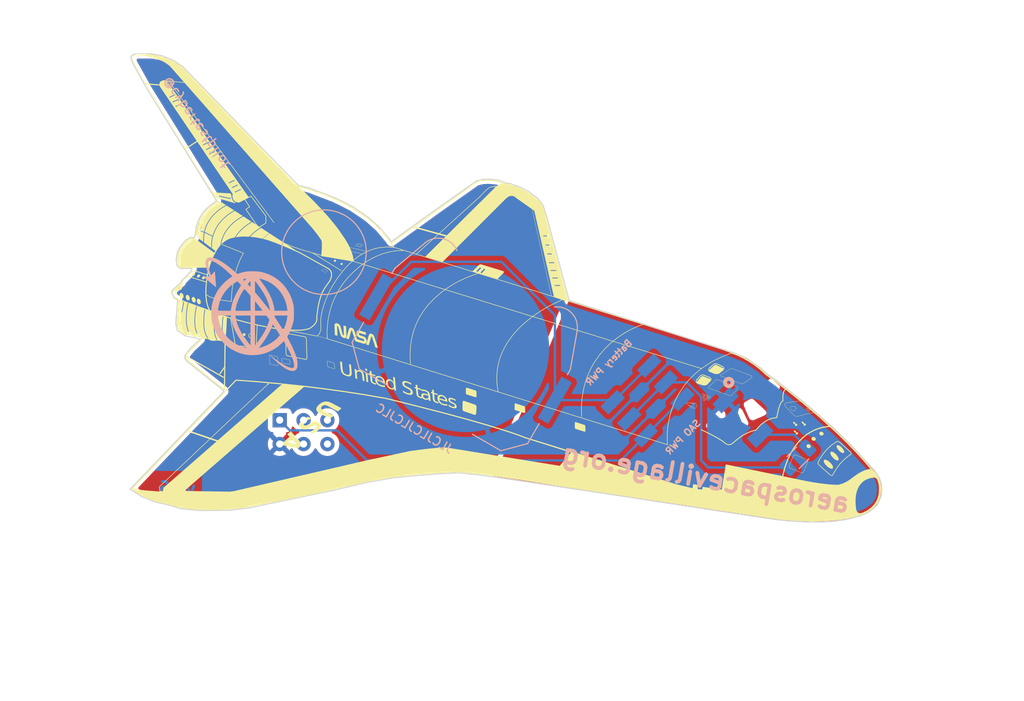
<source format=kicad_pcb>
(kicad_pcb (version 20211014) (generator pcbnew)
  (title_block (title "Space Shuttle SAO") (date "2022-05-26") (rev "v04") (company "Aerospace Village") (comment 1 "Author: Dan Allen"))
  (layers (0 "F.Cu" signal) (31 "B.Cu" signal) (34 "B.Paste" user) (35 "F.Paste" user) (36 "B.SilkS" user "B.Silkscreen") (37 "F.SilkS" user "F.Silkscreen") (38 "B.Mask" user) (39 "F.Mask" user) (44 "Edge.Cuts" user))
  (net 0 "")
  (net 1 "Net-(D1-Pad2)")
  (net 2 "GND")
  (net 3 "Net-(J1-Pad1)")
  (net 8 "Net-(BT1-Pad1)")
  (net 9 "Net-(R1-Pad1)")
  (footprint "space_shuttle_SAO:space_shuttle_proper" (layer "F.Cu") (at 140.51788 73.48728)
    (fp_text reference "svg2mod" hide)
    (fp_text value "G***" hide)
    (fp_poly (pts (xy 6.670019 21.298652) (xy 22.380173 32.803893) (xy 22.382819 32.803893) (xy 25.923084 31.775105) (xy 26.072431 31.713611) (xy 26.141702 31.705253) (xy 26.253321 31.725414) (xy 26.357707 31.799828) (xy 26.851706 31.225116) (xy 26.840329 31.077838) (xy 26.878053 30.932111) (xy 26.881678 30.926952) (xy 26.960225 30.832384) (xy 26.961283 30.831326) (xy 27.235169 30.542454) (xy 27.246017 30.537797) (xy 27.435162 30.499642) (xy 27.435691 30.499642) (xy 27.574701 30.538914) (xy 27.674435 30.630383) (xy 28.510045 31.000847) (xy 27.705442 30.23862) (xy 27.710601 30.242747) (xy 27.678047 30.212259) (xy 27.62947 30.123375) (xy 27.646006 29.989533) (xy 27.776231 29.868095) (xy 28.172066 29.50642) (xy 28.210825 29.540009) (xy 29.158055 30.358047) (xy 29.153927 30.388535) (xy 29.064011 30.970412) (xy 29.008716 31.105805) (xy 28.92035 31.179703) (xy 28.868156 31.192112) (xy 28.721397 31.160589) (xy 28.575667 31.063437) (xy 28.513141 31.003493) (xy 28.510045 31.000847) (xy 27.674435 30.630383) (xy 28.658873 31.525418) (xy 28.761193 31.645306) (xy 28.790646 31.775015) (xy 28.772046 31.917126) (xy 28.772046 31.918184) (xy 28.443383 32.792034) (xy 28.439759 32.798225) (xy 28.356045 32.888657) (xy 28.261993 32.931549) (xy 28.214966 32.935173) (xy 28.089392 32.90055) (xy 27.973637 32.813735) (xy 27.930229 32.76516) (xy 27.930229 32.764631) (xy 26.938042 31.393655) (xy 26.937513 31.392597) (xy 26.936454 31.39048) (xy 26.851706 31.225116) (xy 26.357707 31.799828) (xy 27.602593 32.964098) (xy 27.603652 32.964627) (xy 27.643442 33.011135) (xy 27.708038 33.132058) (xy 27.72251 33.212674) (xy 27.707006 33.300523) (xy 27.651194 33.380623) (xy 27.554561 33.446769) (xy 27.554032 33.446769) (xy 27.463081 33.505679) (xy 27.45689 33.508324) (xy 26.779411 33.796162) (xy 26.348428 33.996666) (xy 26.338083 34.001825) (xy 26.326203 34.002354) (xy 26.154637 33.982193) (xy 26.008394 33.919148) (xy 25.882304 33.785306) (xy 25.880187 33.782211) (xy 25.355672 32.547146) (xy 25.30348 32.383848) (xy 25.313296 32.223651) (xy 25.350502 32.141484) (xy 25.417683 32.066554) (xy 25.421307 32.063459) (xy 25.923084 31.775105) (xy 22.382819 32.803893) (xy 23.09027 32.985278) (xy 23.090799 32.985278) (xy 23.230843 33.067441) (xy 24.572381 32.769264) (xy 24.631293 32.73464) (xy 24.763069 32.695366) (xy 24.855991 32.694855) (xy 25.00792 32.750666) (xy 25.152612 32.896394) (xy 25.155258 32.900018) (xy 25.156846 32.903114) (xy 25.735106 34.094773) (xy 25.784197 34.227581) (xy 25.803326 34.35057) (xy 25.767152 34.477694) (xy 25.762495 34.484917) (xy 24.448882 35.57994) (xy 24.440097 35.583565) (xy 24.350697 35.613021) (xy 24.147092 35.650743) (xy 24.030821 35.647118) (xy 23.918167 35.610944) (xy 23.828248 35.52568) (xy 23.782774 35.390803) (xy 23.782774 35.387707) (xy 23.782774 33.470513) (xy 23.787934 33.31135) (xy 23.838578 33.178543) (xy 23.960532 33.092759) (xy 24.572381 32.769264) (xy 23.230843 33.067441) (xy 23.325929 33.194566) (xy 23.368821 33.39817) (xy 23.368821 33.3987) (xy 23.350723 35.256982) (xy 23.345035 35.31641) (xy 23.289223 35.440434) (xy 23.180704 35.523634) (xy 22.995703 35.56084) (xy 22.822586 35.545865) (xy 22.817426 35.544806) (xy 21.548254 34.892135) (xy 21.476941 34.864745) (xy 21.359117 34.773279) (xy 21.310026 34.689046) (xy 21.29349 34.578458) (xy 21.321911 34.4441) (xy 21.407176 34.285453) (xy 22.021094 33.020414) (xy 22.021623 33.019356) (xy 22.116706 32.904119) (xy 22.229363 32.828671) (xy 22.380173 32.803893) (xy 6.670019 21.298652) (xy -1.230273 39.961594) (xy 9.697741 41.598703) (xy 22.992022 43.635272) (xy 23.045966 43.643339) (xy 23.196245 43.665816) (xy 23.425535 43.700122) (xy 23.716509 43.743675) (xy 24.051841 43.793893) (xy 24.414206 43.848193) (xy 24.786277 43.903992) (xy 25.150729 43.958709) (xy 25.490235 44.009762) (xy 25.78747 44.054568) (xy 26.025107 44.090545) (xy 26.185822 44.115111) (xy 26.252287 44.125683) (xy 26.342146 44.140119) (xy 26.549703 44.172159) (xy 26.840709 44.216648) (xy 27.180912 44.268434) (xy 27.536063 44.322362) (xy 27.871913 44.373278) (xy 28.15421 44.416027) (xy 28.348705 44.445457) (xy 28.421148 44.456412) (xy 29.944568 44.626425) (xy 31.872616 44.745281) (xy 33.609979 44.752531) (xy 34.909123 44.679665) (xy 36.165894 44.488979) (xy 36.878512 44.332918) (xy 37.753394 44.078153) (xy 38.648948 43.655955) (xy 39.025151 43.355716) (xy 39.430294 42.993465) (xy 39.663355 42.544395) (xy 39.862827 42.017295) (xy 39.925872 41.324314) (xy 39.862827 40.692312) (xy 39.690744 40.190019) (xy 39.227208 39.456729) (xy 38.350775 38.504332) (xy 36.607211 36.612458) (xy 34.964418 35.004805) (xy 32.210582 32.585315) (xy 29.019561 30.04645) (xy 27.742637 29.108523) (xy 27.067225 28.493058) (xy 25.547937 27.439376) (xy 24.106167 26.842513) (xy 6.670019 21.298652)) (layer "F.Cu") (width 0) (fill solid))
    (fp_line (start -6.840882 39.684765) (end -5.056002 39.591103) (layer "Edge.Cuts") (width 0.1))
    (fp_line (start -35.330951 20.968406) (end -34.938309 21.210235) (layer "Edge.Cuts") (width 0.1))
    (fp_line (start -36.182115 42.947078) (end -34.583238 43.411157) (layer "Edge.Cuts") (width 0.1))
    (fp_line (start -0.352769 8.598606) (end -0.888815 8.41525) (layer "Edge.Cuts") (width 0.1))
    (fp_line (start -34.938309 21.210235) (end -35.143361 23.669537) (layer "Edge.Cuts") (width 0.1))
    (fp_line (start -31.581011 11.210044) (end -32.196961 11.819114) (layer "Edge.Cuts") (width 0.1))
    (fp_line (start -39.611909 -4.95396) (end -39.77013 -4.856276) (layer "Edge.Cuts") (width 0.1))
    (fp_line (start -34.961063 19.664804) (end -35.498961 20.151372) (layer "Edge.Cuts") (width 0.1))
    (fp_line (start 27.347784 44.368155) (end 28.41035 44.529286) (layer "Edge.Cuts") (width 0.1))
    (fp_line (start 26.237856 44.198027) (end 26.350834 44.216284) (layer "Edge.Cuts") (width 0.1))
    (fp_line (start -38.136063 -1.15883) (end -30.799961 10.651244) (layer "Edge.Cuts") (width 0.1))
    (fp_line (start -30.799961 10.651244) (end -31.581011 11.210044) (layer "Edge.Cuts") (width 0.1))
    (fp_line (start -33.93739 18.578424) (end -34.543551 19.16871) (layer "Edge.Cuts") (width 0.1))
    (fp_line (start 37.779775 44.147492) (end 38.688619 43.719132) (layer "Edge.Cuts") (width 0.1))
    (fp_line (start -33.555597 14.531093) (end -34.034492 14.804143) (layer "Edge.Cuts") (width 0.1))
    (fp_line (start -17.350661 10.729296) (end -18.284111 10.283473) (layer "Edge.Cuts") (width 0.1))
    (fp_line (start 35.014615 34.950576) (end 32.258186 32.529109) (layer "Edge.Cuts") (width 0.1))
    (fp_line (start 39.072794 43.412215) (end 39.489248 43.039417) (layer "Edge.Cuts") (width 0.1))
    (fp_line (start -0.888815 8.41525) (end -1.8855 8.334023) (layer "Edge.Cuts") (width 0.1))
    (fp_line (start -37.682303 -4.999945) (end -39.440459 -4.981344) (layer "Edge.Cuts") (width 0.1))
    (fp_line (start 27.789109 29.051161) (end 27.113098 28.435212) (layer "Edge.Cuts") (width 0.1))
    (fp_line (start -34.034492 14.804143) (end -34.618957 15.474333) (layer "Edge.Cuts") (width 0.1))
    (fp_line (start -35.008688 17.549195) (end -34.652559 17.865372) (layer "Edge.Cuts") (width 0.1))
    (fp_line (start 39.489248 43.039417) (end 39.731077 42.574544) (layer "Edge.Cuts") (width 0.1))
    (fp_line (start 4.368456 12.401462) (end 3.940889 11.076694) (layer "Edge.Cuts") (width 0.1))
    (fp_line (start -0.103267 8.725342) (end -0.352769 8.598606) (layer "Edge.Cuts") (width 0.1))
    (fp_line (start -1.8855 8.334023) (end -2.405936 8.36101) (layer "Edge.Cuts") (width 0.1))
    (fp_line (start -35.101028 16.838525) (end -35.008688 17.549195) (layer "Edge.Cuts") (width 0.1))
    (fp_line (start -39.710599 -3.982939) (end -38.136063 -1.15883) (layer "Edge.Cuts") (width 0.1))
    (fp_line (start 39.7578 40.158105) (end 39.286048 39.411715) (layer "Edge.Cuts") (width 0.1))
    (fp_line (start -32.196961 11.819114) (end -32.623205 12.48851) (layer "Edge.Cuts") (width 0.1))
    (fp_line (start 39.286048 39.411715) (end 38.404986 38.454188) (layer "Edge.Cuts") (width 0.1))
    (fp_line (start -36.55359 -4.789601) (end -37.682303 -4.999945) (layer "Edge.Cuts") (width 0.1))
    (fp_line (start -35.365082 -4.295068) (end -36.55359 -4.789601) (layer "Edge.Cuts") (width 0.1))
    (fp_line (start -18.284111 10.283473) (end -20.870942 9.298958) (layer "Edge.Cuts") (width 0.1))
    (fp_line (start -18.144146 41.410113) (end -14.882098 40.638588) (layer "Edge.Cuts") (width 0.1))
    (fp_line (start -34.184247 27.098801) (end -34.176044 27.412068) (layer "Edge.Cuts") (width 0.1))
    (fp_line (start 26.604569 44.254913) (end 27.347784 44.368155) (layer "Edge.Cuts") (width 0.1))
    (fp_line (start 26.350834 44.216284) (end 26.604569 44.254913) (layer "Edge.Cuts") (width 0.1))
    (fp_line (start -7.3719 11.508229) (end -12.194461 14.985383) (layer "Edge.Cuts") (width 0.1))
    (fp_line (start 40.000159 41.323859) (end 39.9356 40.676423) (layer "Edge.Cuts") (width 0.1))
    (fp_line (start 39.9356 40.676423) (end 39.7578 40.158105) (layer "Edge.Cuts") (width 0.1))
    (fp_line (start 31.870042 44.81874) (end 33.611529 44.826413) (layer "Edge.Cuts") (width 0.1))
    (fp_line (start 34.916984 44.752594) (end 36.179311 44.5613) (layer "Edge.Cuts") (width 0.1))
    (fp_line (start -34.950745 16.069116) (end -35.101028 16.838525) (layer "Edge.Cuts") (width 0.1))
    (fp_line (start -3.337269 39.769961) (end -1.240181 40.034544) (layer "Edge.Cuts") (width 0.1))
    (fp_line (start -35.143361 23.669537) (end -34.998899 24.43868) (layer "Edge.Cuts") (width 0.1))
    (fp_line (start 29.938319 44.699942) (end 31.870042 44.81874) (layer "Edge.Cuts") (width 0.1))
    (fp_line (start -26.705799 4.274521) (end -32.587486 -1.784622) (layer "Edge.Cuts") (width 0.1))
    (fp_line (start -39.440459 -4.981344) (end -39.445486 -4.980313) (layer "Edge.Cuts") (width 0.1))
    (fp_line (start 3.940889 11.076694) (end 3.413839 10.404387) (layer "Edge.Cuts") (width 0.1))
    (fp_line (start 24.131509 26.773364) (end 6.730392 21.240926) (layer "Edge.Cuts") (width 0.1))
    (fp_line (start -39.784682 41.471232) (end -38.769211 42.121842) (layer "Edge.Cuts") (width 0.1))
    (fp_line (start 38.688619 43.719132) (end 39.072794 43.412215) (layer "Edge.Cuts") (width 0.1))
    (fp_line (start -35.498961 20.151372) (end -35.576484 20.441356) (layer "Edge.Cuts") (width 0.1))
    (fp_line (start -39.77013 -4.856276) (end -39.928086 -4.636143) (layer "Edge.Cuts") (width 0.1))
    (fp_line (start -33.158986 14.570516) (end -33.555597 14.531093) (layer "Edge.Cuts") (width 0.1))
    (fp_line (start 36.659794 36.561359) (end 35.014615 34.950576) (layer "Edge.Cuts") (width 0.1))
    (fp_line (start -5.056002 39.591103) (end -3.337269 39.769961) (layer "Edge.Cuts") (width 0.1))
    (fp_line (start -32.587486 -1.784622) (end -34.403057 -3.656867) (layer "Edge.Cuts") (width 0.1))
    (fp_line (start 26.194994 44.190884) (end 26.237856 44.198027) (layer "Edge.Cuts") (width 0.1))
    (fp_line (start -35.576484 20.441356) (end -35.330951 20.968406) (layer "Edge.Cuts") (width 0.1))
    (fp_line (start -30.065213 30.82678) (end -30.03214 30.926528) (layer "Edge.Cuts") (width 0.1))
    (fp_line (start -40.000053 41.331532) (end -39.784682 41.471232) (layer "Edge.Cuts") (width 0.1))
    (fp_line (start 2.435675 9.664877) (end 1.678702 9.255567) (layer "Edge.Cuts") (width 0.1))
    (fp_line (start -32.536422 25.353874) (end -32.605213 25.420549) (layer "Edge.Cuts") (width 0.1))
    (fp_line (start 25.583013 27.374762) (end 24.131509 26.773364) (layer "Edge.Cuts") (width 0.1))
    (fp_line (start -13.468694 13.442333) (end -14.661436 12.380296) (layer "Edge.Cuts") (width 0.1))
    (fp_line (start -32.408363 43.619384) (end -29.269876 43.568584) (layer "Edge.Cuts") (width 0.1))
    (fp_line (start -12.106619 40.143553) (end -9.356011 39.86918) (layer "Edge.Cuts") (width 0.1))
    (fp_line (start 32.258186 32.529109) (end 29.0644 29.988051) (layer "Edge.Cuts") (width 0.1))
    (fp_line (start -3.137773 8.521612) (end -7.3719 11.508229) (layer "Edge.Cuts") (width 0.1))
    (fp_line (start 25.707102 44.117065) (end 26.084398 44.173686) (layer "Edge.Cuts") (width 0.1))
    (fp_line (start 1.678702 9.255567) (end 0.506598 8.815829) (layer "Edge.Cuts") (width 0.1))
    (fp_line (start 26.084398 44.173686) (end 26.194994 44.190884) (layer "Edge.Cuts") (width 0.1))
    (fp_line (start 36.896596 44.404402) (end 37.779775 44.147492) (layer "Edge.Cuts") (width 0.1))
    (fp_line (start -2.405936 8.36101) (end -3.137773 8.521612) (layer "Edge.Cuts") (width 0.1))
    (fp_line (start -32.605213 25.420549) (end -33.554009 26.323837) (layer "Edge.Cuts") (width 0.1))
    (fp_line (start -34.555457 19.291212) (end -34.961063 19.664804) (layer "Edge.Cuts") (width 0.1))
    (fp_line (start 0.506598 8.815829) (end -0.103267 8.725342) (layer "Edge.Cuts") (width 0.1))
    (fp_line (start 39.935071 42.034001) (end 40.000159 41.323859) (layer "Edge.Cuts") (width 0.1))
    (fp_line (start -38.769211 42.121842) (end -37.301038 42.716096) (layer "Edge.Cuts") (width 0.1))
    (fp_line (start -34.403057 -3.656867) (end -35.365082 -4.295068) (layer "Edge.Cuts") (width 0.1))
    (fp_line (start -9.356011 39.86918) (end -6.840882 39.684765) (layer "Edge.Cuts") (width 0.1))
    (fp_line (start 36.179311 44.5613) (end 36.896596 44.404402) (layer "Edge.Cuts") (width 0.1))
    (fp_line (start -33.396847 17.847645) (end -33.536811 18.124664) (layer "Edge.Cuts") (width 0.1))
    (fp_line (start 27.113098 28.435212) (end 25.583013 27.374762) (layer "Edge.Cuts") (width 0.1))
    (fp_line (start -12.360355 14.743025) (end -13.468694 13.442333) (layer "Edge.Cuts") (width 0.1))
    (fp_line (start 22.9811 43.708284) (end 24.589238 43.949055) (layer "Edge.Cuts") (width 0.1))
    (fp_line (start 38.404986 38.454188) (end 36.659794 36.561359) (layer "Edge.Cuts") (width 0.1))
    (fp_line (start -32.623205 12.48851) (end -32.970603 13.423283) (layer "Edge.Cuts") (width 0.1))
    (fp_line (start -39.445486 -4.980313) (end -39.611909 -4.95396) (layer "Edge.Cuts") (width 0.1))
    (fp_line (start -16.271161 11.293123) (end -17.350661 10.729296) (layer "Edge.Cuts") (width 0.1))
    (fp_line (start 39.731077 42.574544) (end 39.935071 42.034001) (layer "Edge.Cuts") (width 0.1))
    (fp_line (start -33.536811 18.124664) (end -33.93739 18.578424) (layer "Edge.Cuts") (width 0.1))
    (fp_line (start -22.099932 8.979606) (end -26.705799 4.274521) (layer "Edge.Cuts") (width 0.1))
    (fp_line (start -12.194461 14.985383) (end -12.360355 14.743025) (layer "Edge.Cuts") (width 0.1))
    (fp_line (start 28.41035 44.529286) (end 28.411938 44.529286) (layer "Edge.Cuts") (width 0.1))
    (fp_line (start -14.882098 40.638588) (end -12.106619 40.143553) (layer "Edge.Cuts") (width 0.1))
    (fp_line (start -34.110428 25.016266) (end -32.536422 25.353874) (layer "Edge.Cuts") (width 0.1))
    (fp_line (start -20.870942 9.298958) (end -22.099932 8.979606) (layer "Edge.Cuts") (width 0.1))
    (fp_line (start 9.686846 41.671521) (end 22.9811 43.708284) (layer "Edge.Cuts") (width 0.1))
    (fp_line (start -33.946651 27.73142) (end -30.065213 30.82678) (layer "Edge.Cuts") (width 0.1))
    (fp_line (start -34.543551 19.16871) (end -34.555457 19.291212) (layer "Edge.Cuts") (width 0.1))
    (fp_line (start -14.661436 12.380296) (end -16.271161 11.293123) (layer "Edge.Cuts") (width 0.1))
    (fp_line (start -1.240181 40.034544) (end 9.686846 41.671521) (layer "Edge.Cuts") (width 0.1))
    (fp_line (start 6.730392 21.240926) (end 4.368456 12.401462) (layer "Edge.Cuts") (width 0.1))
    (fp_line (start -33.554009 26.323837) (end -34.184247 27.098801) (layer "Edge.Cuts") (width 0.1))
    (fp_line (start -34.176044 27.412068) (end -33.946651 27.73142) (layer "Edge.Cuts") (width 0.1))
    (fp_line (start -37.301038 42.716096) (end -36.182115 42.947078) (layer "Edge.Cuts") (width 0.1))
    (fp_line (start -34.998899 24.43868) (end -34.110428 25.016266) (layer "Edge.Cuts") (width 0.1))
    (fp_line (start -39.928086 -4.636143) (end -39.710599 -3.982939) (layer "Edge.Cuts") (width 0.1))
    (fp_line (start 29.0644 29.988051) (end 27.789109 29.051161) (layer "Edge.Cuts") (width 0.1))
    (fp_line (start -27.298465 43.319611) (end -18.144146 41.410113) (layer "Edge.Cuts") (width 0.1))
    (fp_line (start -29.269876 43.568584) (end -27.298465 43.319611) (layer "Edge.Cuts") (width 0.1))
    (fp_line (start -34.583238 43.411157) (end -32.408363 43.619384) (layer "Edge.Cuts") (width 0.1))
    (fp_line (start -34.618957 15.474333) (end -34.950745 16.069116) (layer "Edge.Cuts") (width 0.1))
    (fp_line (start -33.071144 14.332656) (end -33.158986 14.570516) (layer "Edge.Cuts") (width 0.1))
    (fp_line (start -30.03214 30.926528) (end -40.000053 41.331532) (layer "Edge.Cuts") (width 0.1))
    (fp_line (start 24.589238 43.949055) (end 25.707102 44.117065) (layer "Edge.Cuts") (width 0.1))
    (fp_line (start 3.413839 10.404387) (end 2.435675 9.664877) (layer "Edge.Cuts") (width 0.1))
    (fp_line (start -32.970603 13.423283) (end -33.071144 14.332656) (layer "Edge.Cuts") (width 0.1))
    (fp_line (start 28.411938 44.529286) (end 29.938319 44.699942) (layer "Edge.Cuts") (width 0.1))
    (fp_line (start 33.611529 44.826413) (end 34.916984 44.752594) (layer "Edge.Cuts") (width 0.1))
    (fp_line (start -34.652559 17.865372) (end -33.396847 17.847645) (layer "Edge.Cuts") (width 0.1))
  )
  (footprint "space_shuttle_SAO:sao_1.69" (layer "F.Cu") (at 118.980956 108.743398)
    (fp_text reference "J1" hide)
    (fp_text value "SAO_1.69" hide)
    (pad "1" thru_hole rect (at -2.54 -1.27) (size 1.524 1.524) (drill 0.762) (layers *.Cu *.Mask) (net 3 "Net-(J1-Pad1)"))
    (pad "2" thru_hole circle (at -2.54 1.27) (size 1.524 1.524) (drill 0.762) (layers *.Cu *.Mask) (net 2 "GND"))
    (pad "3" thru_hole circle (at 0 -1.27) (size 1.524 1.524) (drill 0.762) (layers *.Cu *.Mask))
    (pad "4" thru_hole circle (at 0 1.27) (size 1.524 1.524) (drill 0.762) (layers *.Cu *.Mask))
    (pad "5" thru_hole circle (at 2.54 -1.27) (size 1.524 1.524) (drill 0.762) (layers *.Cu *.Mask))
    (pad "6" thru_hole circle (at 2.54 1.27) (size 1.524 1.524) (drill 0.762) (layers *.Cu *.Mask))
  )
  (footprint "sunled:XZMYK45WT-9" (layer "B.Cu") (at 165.736377 107.186089 -45)
    (fp_text reference "D1" hide)
    (fp_text value "LED" hide)
    (pad "1" smd rect locked (at -2.6 0 315) (size 1.4 2.6) (layers "B.Cu" "B.Paste" "B.Mask") (net 2 "GND"))
    (pad "2" smd rect locked (at 2.6 0 315) (size 1.4 2.6) (layers "B.Cu" "B.Paste" "B.Mask") (net 1 "Net-(D1-Pad2)"))
  )
  (footprint "Resistors_SMD:R_1206_3216Metric" (layer "B.Cu") (at 171.587738 111.474689 45)
    (fp_text reference "R1" hide)
    (fp_text value "330")
    (pad "1" smd roundrect locked (at -1.4625 0 45) (size 1.125 1.75) (layers "B.Cu" "B.Paste" "B.Mask") (roundrect_rratio 0.2222204444) (net 9 "Net-(R1-Pad1)"))
    (pad "2" smd roundrect locked (at 1.4625 0 45) (size 1.125 1.75) (layers "B.Cu" "B.Paste" "B.Mask") (roundrect_rratio 0.2222204444) (net 1 "Net-(D1-Pad2)"))
  )
  (footprint "aerospace_badge:aerospace_logo_new" (layer "B.Cu") (at 114.427674 94.577978 180)
    (fp_text reference "svg2mod" hide)
    (fp_text value "G***" hide)
  )
  (footprint "aerospace_badge:switch_JS202011SCQN" (layer "B.Cu") (at 155.58828 105.384979 -45)
    (fp_text reference "SW1" hide)
    (fp_text value "SW_SPDT" hide)
    (fp_text user "SAO PWR" (at 5.420138 0.092276 45) (layer "B.SilkS") (effects (font (size 0.7 0.7)) (justify mirror)))
    (fp_text user "Battery PWR" (at -5.766354 0.047351 45) (layer "B.SilkS") (effects (font (size 0.7 0.7)) (justify mirror)))
    (pad "1" smd rect locked (at -2.5 2.75 315) (size 1.2 2.5) (layers "B.Cu" "B.Paste" "B.Mask") (net 8 "Net-(BT1-Pad1)"))
    (pad "1" smd rect locked (at -2.5 -2.75 315) (size 1.2 2.5) (layers "B.Cu" "B.Paste" "B.Mask") (net 8 "Net-(BT1-Pad1)"))
    (pad "2" smd rect locked (at 0 -2.75 315) (size 1.2 2.5) (layers "B.Cu" "B.Paste" "B.Mask") (net 9 "Net-(R1-Pad1)"))
    (pad "2" smd rect locked (at 0 2.75 315) (size 1.2 2.5) (layers "B.Cu" "B.Paste" "B.Mask") (net 9 "Net-(R1-Pad1)"))
    (pad "3" smd rect locked (at 2.5 2.75 315) (size 1.2 2.5) (layers "B.Cu" "B.Paste" "B.Mask") (net 3 "Net-(J1-Pad1)"))
    (pad "3" smd rect locked (at 2.5 -2.75 315) (size 1.2 2.5) (layers "B.Cu" "B.Paste" "B.Mask") (net 3 "Net-(J1-Pad1)"))
  )
  (footprint "Battery:BatteryHolder_Keystone_3034_1x20mm" (layer "B.Cu") (at 136.218049 99.846834 -30)
    (fp_text reference "BT1" hide)
    (fp_text value "Battery_Cell" hide)
    (pad "1" smd rect (at 10.985 0 330) (size 1.27 5.08) (layers "B.Cu" "B.Paste" "B.Mask") (net 8 "Net-(BT1-Pad1)"))
    (pad "1" smd rect (at -10.985 0 330) (size 1.27 5.08) (layers "B.Cu" "B.Paste" "B.Mask") (net 8 "Net-(BT1-Pad1)"))
    (pad "2" smd circle (at 0 0 330) (size 17.8 17.8) (layers "B.Cu" "B.Mask") (net 2 "GND"))
  )
  (gr_circle (center 121.153379 89.599898) (end 125.653379 89.599898) (layer "B.SilkS") (width 0.12) (fill none))
  (gr_text "v06" (at 105.518224 114.816178) (layer "B.Cu") (effects (font (size 1.5 1.5) (thickness 0.3)) (justify mirror)))
  (gr_text "JLCJLCJLCJLC" (at 130.7718 108.369082 -30) (layer "B.SilkS") (effects (font (size 0.9 0.9)) (justify mirror)))
  (gr_text "@cybertestpilot" (at 107.516966 75.840706 125) (layer "B.SilkS") (effects (font (size 1 1)) (justify mirror)))
  (gr_text "aerospacevillage.org" (at 161.795671 113.668282 -10) (layer "B.SilkS") (effects (font (size 2 2) (thickness 0.4)) (justify mirror)))
  (segment (start 172.621882 110.440545) (end 171.205904 109.024567) (width 0.25) (layer "B.Cu") (net 1))
  (segment (start 171.205904 109.024567) (end 167.574855 109.024567) (width 0.25) (layer "B.Cu") (net 1))
  (segment (start 159.300591 105.208202) (end 155.411503 109.09729) (width 0.25) (layer "B.Cu") (net 3))
  (segment (start 117.527956 108.560398) (end 122.530398 108.560398) (width 0.25) (layer "B.Cu") (net 3))
  (segment (start 125.73 111.76) (end 152.748793 111.76) (width 0.25) (layer "B.Cu") (net 3))
  (segment (start 152.748793 111.76) (end 155.411503 109.09729) (width 0.25) (layer "B.Cu") (net 3))
  (segment (start 116.440956 107.473398) (end 117.527956 108.560398) (width 0.25) (layer "B.Cu") (net 3))
  (segment (start 122.530398 108.560398) (end 125.73 111.76) (width 0.25) (layer "B.Cu") (net 3))
  (segment (start 126.70476 94.354334) (end 130.43726 90.621834) (width 0.25) (layer "B.Cu") (net 8))
  (segment (start 140.03917 90.621834) (end 145.731338 96.314002) (width 0.25) (layer "B.Cu") (net 8))
  (segment (start 155.765057 101.672668) (end 151.875969 105.561756) (width 0.25) (layer "B.Cu") (net 8))
  (segment (start 130.43726 90.621834) (end 140.03917 90.621834) (width 0.25) (layer "B.Cu") (net 8))
  (segment (start 151.653547 105.339334) (end 151.875969 105.561756) (width 0.25) (layer "B.Cu") (net 8))
  (segment (start 145.731338 105.339334) (end 151.653547 105.339334) (width 0.25) (layer "B.Cu") (net 8))
  (segment (start 145.731338 96.314002) (end 145.731338 105.339334) (width 0.25) (layer "B.Cu") (net 8))
  (segment (start 159.76021 103.440435) (end 161.29 104.970225) (width 0.25) (layer "B.Cu") (net 9))
  (segment (start 161.29 111.76) (end 162.038833 112.508833) (width 0.25) (layer "B.Cu") (net 9))
  (segment (start 162.038833 112.508833) (end 170.553594 112.508833) (width 0.25) (layer "B.Cu") (net 9))
  (segment (start 153.643736 107.329523) (end 157.532824 103.440435) (width 0.25) (layer "B.Cu") (net 9))
  (segment (start 157.532824 103.440435) (end 159.76021 103.440435) (width 0.25) (layer "B.Cu") (net 9))
  (segment (start 161.29 104.970225) (end 161.29 111.76) (width 0.25) (layer "B.Cu") (net 9))
  (zone (net 2) (net_name "GND") (layer "F.Cu") (connect_pads (clearance 0.508)) (min_thickness 0.254) (fill yes (thermal_gap 0.508) (thermal_bridge_width 0.508))
    (polygon (pts (xy 195.6562 62.9158) (xy 192.278 137.35812) (xy 86.68004 130.44932) (xy 86.98992 62.7634)))
  )
  (zone (net 2) (net_name "GND") (layer "B.Cu") (connect_pads (clearance 0.508)) (min_thickness 0.254) (fill yes (thermal_gap 0.508) (thermal_bridge_width 0.508))
    (polygon (pts (xy 189.51448 130.60172) (xy 90.36812 125.38456) (xy 90.5764 66.81216) (xy 190.59144 66.4464)))
  )
  (zone (net 0) (net_name "") (layer "B.Cu") (connect_pads (clearance 0)) (min_thickness 0.254)
    (keepout (tracks not_allowed) (vias not_allowed) (pads allowed) (copperpour not_allowed) (footprints allowed))
    (fill (thermal_gap 0.508) (thermal_bridge_width 0.508))
    (polygon (pts (xy 167.6654 105.42016) (xy 168.28008 106.13644) (xy 168.25468 106.92384) (xy 167.90924 107.59948) (xy 167.30472 108.03128) (xy 166.40048 108.14304) (xy 165.61308 107.6706) (xy 165.19652 106.68) (xy 165.44036 105.83672) (xy 165.87216 105.37952) (xy 166.61892 105.1052)))
  )
)
</source>
